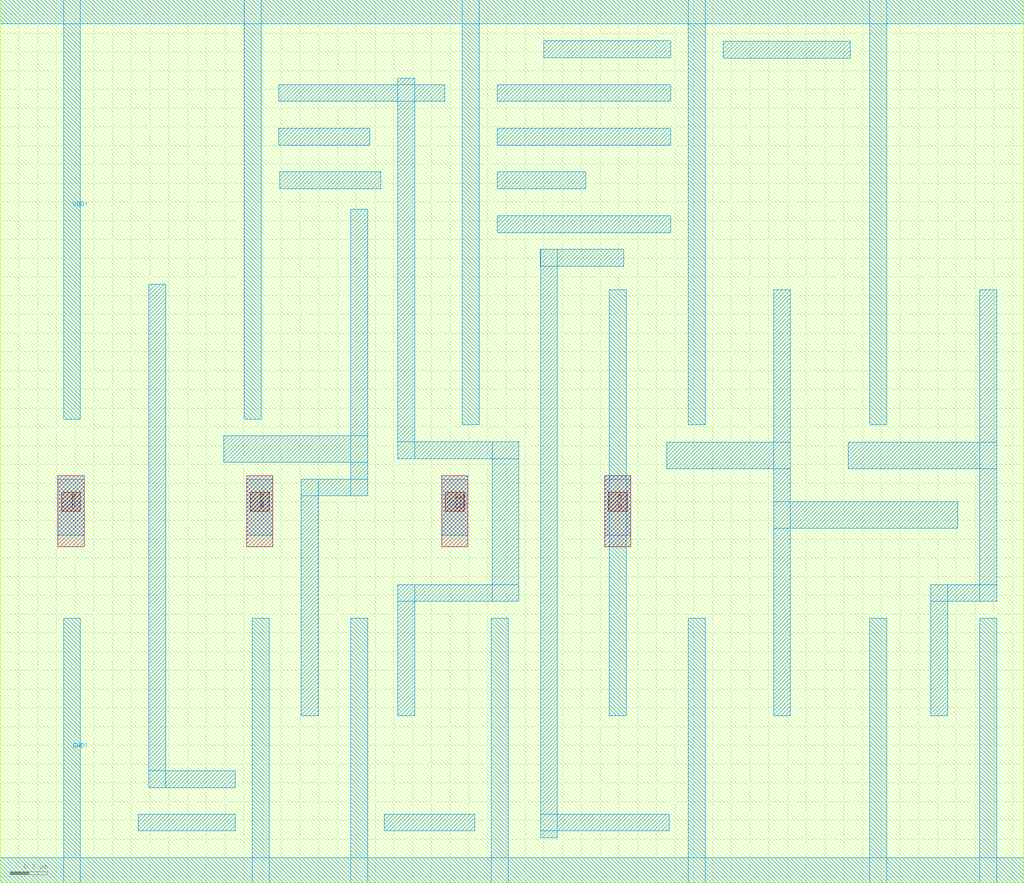
<source format=lef>
VERSION 5.7 ;
BUSBITCHARS "[]" ;
DIVIDERCHAR "/" ;

PROPERTYDEFINITIONS
  LAYER LEF57_SPACINGNOTCHLENGTH STRING ;
  LAYER LEF57_SPACINGENDOFNOTCHWIDTH STRING ;
  MACRO CatenaDesignType STRING ;
  LAYER LEF58_TYPE STRING ;
  LAYER LEF58_ENCLOSURE STRING ;
  LAYER LEF58_SPACING STRING ;
  LAYER LEF58_WIDTH STRING ;
END PROPERTYDEFINITIONS

UNITS
  DATABASE MICRONS 1000 ;
END UNITS
MANUFACTURINGGRID 0.001 ;
LAYER OVERLAP
  TYPE OVERLAP ;
END OVERLAP

LAYER NW
  TYPE MASTERSLICE ;
  PROPERTY LEF58_TYPE "TYPE NWELL ;" ;
  PROPERTY LEF58_SPACING "SPACING 0.47 ;" ;
  PROPERTY LEF58_WIDTH "WIDTH 0.47 ;" ;
END NW

LAYER HVT
  TYPE IMPLANT ;
  WIDTH 0.18 ;
  SPACING 0.18 ;
END HVT

LAYER RVT
  TYPE IMPLANT ;
  WIDTH 0.18 ;
  SPACING 0.18 ;
END RVT

LAYER LVT
  TYPE IMPLANT ;
  WIDTH 0.18 ;
  SPACING 0.18 ;
END LVT

LAYER RX
  TYPE MASTERSLICE ;
  PROPERTY LEF58_TYPE "TYPE DIFFUSION ;" ;
  PROPERTY LEF58_WIDTH "WIDTH 0.08 ;" ;
END RX

LAYER JZ
  TYPE IMPLANT ;
  WIDTH 0.18 ;
  SPACING 0.18 ;
  AREA 0.122 ;
END JZ

LAYER JX
  TYPE IMPLANT ;
  WIDTH 0.18 ;
  SPACING 0.18 ;
  AREA 0.122 ;
END JX

LAYER PC
  TYPE MASTERSLICE ;
END PC

LAYER CA
  TYPE CUT ;
  SPACING 0.11 ;
  SPACING 0.14 ADJACENTCUTS 3 WITHIN 0.15 ;
  WIDTH 0.09 ;
  ENCLOSURE BELOW 0.01 0.03 ;
  ENCLOSURE BELOW 0.025 0.025 ;
  ENCLOSURE ABOVE 0 0.04 WIDTH 0.345 ;
  ENCLOSURE ABOVE 0.025 0.025 WIDTH 0.345 ;
  ENCLOSURE ABOVE 0 0.035 ;
  ENCLOSURE ABOVE 0.02 0.02 ;
  ANTENNAMODEL OXIDE1 ;
    ANTENNAAREARATIO 2 ;
  ANTENNAMODEL OXIDE2 ;
    ANTENNAAREARATIO 2 ;
END CA

LAYER M1
  TYPE ROUTING ;
  DIRECTION HORIZONTAL ;
  PITCH 0.18 0.18 ;
  WIDTH 0.09 ;
  OFFSET 0.09 0.09 ;
  AREA 0.042 ;
  SPACINGTABLE
    PARALLELRUNLENGTH 0 0.38 0.42 1.5 4.5 
    WIDTH 0 0.09 0.09 0.09 0.09 0.09 
    WIDTH 0.2 0.09 0.11 0.11 0.11 0.11 
    WIDTH 0.42 0.09 0.11 0.16 0.16 0.16 
    WIDTH 1.5 0.09 0.11 0.16 0.5 0.5 
    WIDTH 4.5 0.09 0.11 0.16 0.5 1.5 ;
  MINIMUMCUT 1 WIDTH 0 FROMABOVE ;
  MINIMUMCUT 2 WIDTH 0.345 FROMABOVE ;
  MINIMUMCUT 4 WIDTH 0.885 FROMABOVE ;
  MINIMUMCUT 2 WIDTH 0.3 FROMABOVE LENGTH 0.3 WITHIN 0.8 ;
  MINIMUMCUT 2 WIDTH 2 FROMABOVE LENGTH 2 WITHIN 2 ;
  MINIMUMCUT 2 WIDTH 3 FROMABOVE LENGTH 10 WITHIN 5 ;
  MAXWIDTH 12 ;
  MINSTEP 0.09 MAXEDGES 1 ;
  MINENCLOSEDAREA 0.2 ;
  DIAGSPACING 0.4 ;
  SPACING 0.11 ENDOFLINE 0.11 WITHIN 0.035 PARALLELEDGE 0.11 WITHIN 0.11 ;
  RESISTANCE RPERSQ 0.101 ;
  THICKNESS 0.22 ;
  MINIMUMDENSITY 15 ;
  MAXIMUMDENSITY 70 ;
  DENSITYCHECKWINDOW 200 200 ;
  DENSITYCHECKSTEP 100 ;
  ANTENNAMODEL OXIDE1 ;
    ANTENNAAREARATIO 1000 ;
    ANTENNADIFFAREARATIO 1000 ;
    ANTENNAGATEPLUSDIFF 2 ;
  ANTENNAMODEL OXIDE2 ;
    ANTENNAAREARATIO 300 ;
    ANTENNADIFFAREARATIO 300 ;
    ANTENNAGATEPLUSDIFF 2 ;
  ACCURRENTDENSITY RMS
    FREQUENCY 1 ;
    WIDTH 0.09 0.1 0.3 0.5 0.7 0.9 ;
    TABLEENTRIES
       22.94 21.726 13.213 11.496 10.792 10.319 ;
END M1

LAYER V1
  TYPE CUT ;
  SPACING 0.1 ;
  SPACING 0.13 ADJACENTCUTS 3 WITHIN 0.14 ;
  WIDTH 0.1 ;
  ENCLOSURE BELOW 0.02 0.02 WIDTH 0.345 ;
  ENCLOSURE BELOW 0 0.04 ;
  ENCLOSURE BELOW 0.02 0.02 ;
  ENCLOSURE BELOW 0.01 0.03 ;
  ENCLOSURE ABOVE 0 0.03 ;
  ENCLOSURE ABOVE 0.01 0.02 ;
  RESISTANCE 7 ;
  SPACING 0.13 PARALLELOVERLAP ;
  ARRAYSPACING WIDTH 0.5 CUTSPACING 0.13 ARRAYCUTS 4 SPACING 0.3 ARRAYCUTS 5 SPACING 0.7 ;
  ANTENNAMODEL OXIDE1 ;
    ANTENNAAREARATIO 20 ;
    ANTENNADIFFAREARATIO 20 ;
    ANTENNAGATEPLUSDIFF 5 ;
  ANTENNAMODEL OXIDE2 ;
    ANTENNAAREARATIO 1 ;
    ANTENNADIFFAREARATIO 1 ;
    ANTENNAGATEPLUSDIFF 5 ;
END V1

LAYER M2
  TYPE ROUTING ;
  DIRECTION VERTICAL ;
  PITCH 0.2 0.2 ;
  WIDTH 0.1 ;
  OFFSET 0.1 0.1 ;
  AREA 0.052 ;
  SPACINGTABLE
    PARALLELRUNLENGTH 0 0.38 0.42 1.5 4.5 
    WIDTH 0 0.1 0.1 0.1 0.1 0.1 
    WIDTH 0.2 0.1 0.12 0.12 0.12 0.12 
    WIDTH 0.42 0.1 0.12 0.16 0.16 0.16 
    WIDTH 1.5 0.1 0.12 0.16 0.5 0.5 
    WIDTH 4.5 0.1 0.12 0.16 0.5 1.5 ;
  MINIMUMCUT 1 WIDTH 0 FROMBELOW ;
  MINIMUMCUT 2 WIDTH 0.345 FROMBELOW ;
  MINIMUMCUT 4 WIDTH 0.885 FROMBELOW ;
  MINIMUMCUT 1 WIDTH 0 FROMABOVE ;
  MINIMUMCUT 2 WIDTH 0.345 FROMABOVE ;
  MINIMUMCUT 4 WIDTH 0.885 FROMABOVE ;
  MINIMUMCUT 2 WIDTH 0.3 FROMBELOW LENGTH 0.3 WITHIN 0.8 ;
  MINIMUMCUT 2 WIDTH 2 FROMBELOW LENGTH 2 WITHIN 2 ;
  MINIMUMCUT 2 WIDTH 3 FROMBELOW LENGTH 10 WITHIN 5 ;
  MINIMUMCUT 2 WIDTH 0.3 FROMABOVE LENGTH 0.3 WITHIN 0.8 ;
  MINIMUMCUT 2 WIDTH 2 FROMABOVE LENGTH 2 WITHIN 2 ;
  MINIMUMCUT 2 WIDTH 3 FROMABOVE LENGTH 10 WITHIN 5 ;
  MAXWIDTH 12 ;
  MINSTEP 0.1 MAXEDGES 1 ;
  MINENCLOSEDAREA 0.2 ;
  DIAGSPACING 0.4 ;
  SPACING 0.12 ENDOFLINE 0.12 WITHIN 0.035 PARALLELEDGE 0.12 WITHIN 0.12 ;
  RESISTANCE RPERSQ 0.101 ;
  THICKNESS 0.22 ;
  MINIMUMDENSITY 15 ;
  MAXIMUMDENSITY 70 ;
  DENSITYCHECKWINDOW 200 200 ;
  DENSITYCHECKSTEP 100 ;
  ANTENNAMODEL OXIDE1 ;
    ANTENNAAREARATIO 1000 ;
    ANTENNADIFFAREARATIO 1000 ;
    ANTENNAGATEPLUSDIFF 2 ;
  ANTENNAMODEL OXIDE2 ;
    ANTENNAAREARATIO 300 ;
    ANTENNADIFFAREARATIO 300 ;
    ANTENNAGATEPLUSDIFF 2 ;
  ACCURRENTDENSITY RMS
    FREQUENCY 1 ;
    WIDTH 0.1 0.3 0.5 0.7 0.9 ;
    TABLEENTRIES
       18.654 11.206 9.589 8.911 8.451 ;
  PROPERTY LEF57_SPACINGNOTCHLENGTH "SPACING 0.20 NOTCHLENGTH 0.21 ;" ;
  PROPERTY LEF57_SPACINGENDOFNOTCHWIDTH "SPACING 0.14 ENDOFNOTCHWIDTH 0.12 NOTCHSPACING 0.20 NOTCHLENGTH 0.20 ;" ;
END M2

LAYER V2
  TYPE CUT ;
  SPACING 0.1 ;
  SPACING 0.13 ADJACENTCUTS 3 WITHIN 0.14 ;
  WIDTH 0.1 ;
  ENCLOSURE BELOW 0.02 0.02 WIDTH 0.345 ;
  ENCLOSURE BELOW 0 0.04 ;
  ENCLOSURE BELOW 0.02 0.02 ;
  ENCLOSURE BELOW 0.01 0.03 ;
  ENCLOSURE ABOVE 0 0.03 ;
  ENCLOSURE ABOVE 0.01 0.02 ;
  RESISTANCE 7 ;
  SPACING 0.13 PARALLELOVERLAP ;
  ARRAYSPACING WIDTH 0.5 CUTSPACING 0.13 ARRAYCUTS 4 SPACING 0.3 ARRAYCUTS 5 SPACING 0.7 ;
  ANTENNAMODEL OXIDE1 ;
    ANTENNAAREARATIO 20 ;
    ANTENNADIFFAREARATIO 20 ;
    ANTENNAGATEPLUSDIFF 5 ;
  ANTENNAMODEL OXIDE2 ;
    ANTENNAAREARATIO 1 ;
    ANTENNADIFFAREARATIO 1 ;
    ANTENNAGATEPLUSDIFF 5 ;
END V2

LAYER M3
  TYPE ROUTING ;
  DIRECTION HORIZONTAL ;
  PITCH 0.2 0.2 ;
  WIDTH 0.1 ;
  OFFSET 0.1 0.1 ;
  AREA 0.052 ;
  SPACINGTABLE
    PARALLELRUNLENGTH 0 0.38 0.42 1.5 4.5 
    WIDTH 0 0.1 0.1 0.1 0.1 0.1 
    WIDTH 0.2 0.1 0.12 0.12 0.12 0.12 
    WIDTH 0.42 0.1 0.12 0.16 0.16 0.16 
    WIDTH 1.5 0.1 0.12 0.16 0.5 0.5 
    WIDTH 4.5 0.1 0.12 0.16 0.5 1.5 ;
  MINIMUMCUT 1 WIDTH 0 FROMBELOW ;
  MINIMUMCUT 2 WIDTH 0.345 FROMBELOW ;
  MINIMUMCUT 4 WIDTH 0.885 FROMBELOW ;
  MINIMUMCUT 1 WIDTH 0 FROMABOVE ;
  MINIMUMCUT 2 WIDTH 0.345 FROMABOVE ;
  MINIMUMCUT 4 WIDTH 0.885 FROMABOVE ;
  MINIMUMCUT 2 WIDTH 0.3 FROMBELOW LENGTH 0.3 WITHIN 0.8 ;
  MINIMUMCUT 2 WIDTH 2 FROMBELOW LENGTH 2 WITHIN 2 ;
  MINIMUMCUT 2 WIDTH 3 FROMBELOW LENGTH 10 WITHIN 5 ;
  MINIMUMCUT 2 WIDTH 0.3 FROMABOVE LENGTH 0.3 WITHIN 0.8 ;
  MINIMUMCUT 2 WIDTH 2 FROMABOVE LENGTH 2 WITHIN 2 ;
  MINIMUMCUT 2 WIDTH 3 FROMABOVE LENGTH 10 WITHIN 5 ;
  MAXWIDTH 12 ;
  MINSTEP 0.1 MAXEDGES 1 ;
  MINENCLOSEDAREA 0.2 ;
  DIAGSPACING 0.4 ;
  SPACING 0.12 ENDOFLINE 0.12 WITHIN 0.035 PARALLELEDGE 0.12 WITHIN 0.12 ;
  RESISTANCE RPERSQ 0.101 ;
  THICKNESS 0.22 ;
  MINIMUMDENSITY 15 ;
  MAXIMUMDENSITY 70 ;
  DENSITYCHECKWINDOW 200 200 ;
  DENSITYCHECKSTEP 100 ;
  ANTENNAMODEL OXIDE1 ;
    ANTENNAAREARATIO 1000 ;
    ANTENNADIFFAREARATIO 1000 ;
    ANTENNAGATEPLUSDIFF 2 ;
  ANTENNAMODEL OXIDE2 ;
    ANTENNAAREARATIO 300 ;
    ANTENNADIFFAREARATIO 300 ;
    ANTENNAGATEPLUSDIFF 2 ;
  ACCURRENTDENSITY RMS
    FREQUENCY 1 ;
    WIDTH 0.1 0.3 0.5 0.7 0.9 ;
    TABLEENTRIES
       17.313 10.443 8.892 8.219 7.759 ;
  PROPERTY LEF57_SPACINGNOTCHLENGTH "SPACING 0.20 NOTCHLENGTH 0.21 ;" ;
  PROPERTY LEF57_SPACINGENDOFNOTCHWIDTH "SPACING 0.14 ENDOFNOTCHWIDTH 0.12 NOTCHSPACING 0.20 NOTCHLENGTH 0.20 ;" ;
END M3

LAYER V3
  TYPE CUT ;
  SPACING 0.1 ;
  SPACING 0.13 ADJACENTCUTS 3 WITHIN 0.14 ;
  WIDTH 0.1 ;
  ENCLOSURE BELOW 0.02 0.02 WIDTH 0.345 ;
  ENCLOSURE BELOW 0 0.04 ;
  ENCLOSURE BELOW 0.02 0.02 ;
  ENCLOSURE BELOW 0.01 0.03 ;
  ENCLOSURE ABOVE 0 0.03 ;
  ENCLOSURE ABOVE 0.01 0.02 ;
  RESISTANCE 7 ;
  SPACING 0.13 PARALLELOVERLAP ;
  ARRAYSPACING WIDTH 0.5 CUTSPACING 0.13 ARRAYCUTS 4 SPACING 0.3 ARRAYCUTS 5 SPACING 0.7 ;
  ANTENNAMODEL OXIDE1 ;
    ANTENNAAREARATIO 20 ;
    ANTENNADIFFAREARATIO 20 ;
    ANTENNAGATEPLUSDIFF 5 ;
  ANTENNAMODEL OXIDE2 ;
    ANTENNAAREARATIO 1 ;
    ANTENNADIFFAREARATIO 1 ;
    ANTENNAGATEPLUSDIFF 5 ;
END V3

LAYER M4
  TYPE ROUTING ;
  DIRECTION VERTICAL ;
  PITCH 0.2 0.2 ;
  WIDTH 0.1 ;
  OFFSET 0.1 0.1 ;
  AREA 0.052 ;
  SPACINGTABLE
    PARALLELRUNLENGTH 0 0.38 0.42 1.5 4.5 
    WIDTH 0 0.1 0.1 0.1 0.1 0.1 
    WIDTH 0.2 0.1 0.12 0.12 0.12 0.12 
    WIDTH 0.42 0.1 0.12 0.16 0.16 0.16 
    WIDTH 1.5 0.1 0.12 0.16 0.5 0.5 
    WIDTH 4.5 0.1 0.12 0.16 0.5 1.5 ;
  MINIMUMCUT 1 WIDTH 0 FROMBELOW ;
  MINIMUMCUT 2 WIDTH 0.345 FROMBELOW ;
  MINIMUMCUT 4 WIDTH 0.885 FROMBELOW ;
  MINIMUMCUT 1 WIDTH 0 FROMABOVE ;
  MINIMUMCUT 2 WIDTH 0.345 FROMABOVE ;
  MINIMUMCUT 4 WIDTH 0.885 FROMABOVE ;
  MINIMUMCUT 2 WIDTH 0.3 FROMBELOW LENGTH 0.3 WITHIN 0.8 ;
  MINIMUMCUT 2 WIDTH 2 FROMBELOW LENGTH 2 WITHIN 2 ;
  MINIMUMCUT 2 WIDTH 3 FROMBELOW LENGTH 10 WITHIN 5 ;
  MINIMUMCUT 2 WIDTH 0.3 FROMABOVE LENGTH 0.3 WITHIN 0.8 ;
  MINIMUMCUT 2 WIDTH 2 FROMABOVE LENGTH 2 WITHIN 2 ;
  MINIMUMCUT 2 WIDTH 3 FROMABOVE LENGTH 10 WITHIN 5 ;
  MAXWIDTH 12 ;
  MINSTEP 0.1 MAXEDGES 1 ;
  MINENCLOSEDAREA 0.2 ;
  DIAGSPACING 0.4 ;
  SPACING 0.12 ENDOFLINE 0.12 WITHIN 0.035 PARALLELEDGE 0.12 WITHIN 0.12 ;
  RESISTANCE RPERSQ 0.101 ;
  THICKNESS 0.22 ;
  MINIMUMDENSITY 15 ;
  MAXIMUMDENSITY 70 ;
  DENSITYCHECKWINDOW 200 200 ;
  DENSITYCHECKSTEP 100 ;
  ANTENNAMODEL OXIDE1 ;
    ANTENNAAREARATIO 1000 ;
    ANTENNADIFFAREARATIO 1000 ;
    ANTENNAGATEPLUSDIFF 2 ;
  ANTENNAMODEL OXIDE2 ;
    ANTENNAAREARATIO 300 ;
    ANTENNADIFFAREARATIO 300 ;
    ANTENNAGATEPLUSDIFF 2 ;
  ACCURRENTDENSITY RMS
    FREQUENCY 1 ;
    WIDTH 0.1 0.3 0.5 0.7 0.9 ;
    TABLEENTRIES
       16.39 9.919 8.418 7.751 7.294 ;
  PROPERTY LEF57_SPACINGNOTCHLENGTH "SPACING 0.20 NOTCHLENGTH 0.21 ;" ;
  PROPERTY LEF57_SPACINGENDOFNOTCHWIDTH "SPACING 0.14 ENDOFNOTCHWIDTH 0.12 NOTCHSPACING 0.20 NOTCHLENGTH 0.20 ;" ;
END M4

LAYER V4
  TYPE CUT ;
  SPACING 0.1 ;
  SPACING 0.13 ADJACENTCUTS 3 WITHIN 0.14 ;
  WIDTH 0.1 ;
  ENCLOSURE BELOW 0.02 0.02 WIDTH 0.345 ;
  ENCLOSURE BELOW 0 0.04 ;
  ENCLOSURE BELOW 0.02 0.02 ;
  ENCLOSURE BELOW 0.01 0.03 ;
  ENCLOSURE ABOVE 0 0.03 ;
  ENCLOSURE ABOVE 0.01 0.02 ;
  RESISTANCE 7 ;
  SPACING 0.13 PARALLELOVERLAP ;
  ARRAYSPACING WIDTH 0.5 CUTSPACING 0.13 ARRAYCUTS 4 SPACING 0.3 ARRAYCUTS 5 SPACING 0.7 ;
  ANTENNAMODEL OXIDE1 ;
    ANTENNAAREARATIO 20 ;
    ANTENNADIFFAREARATIO 20 ;
    ANTENNAGATEPLUSDIFF 5 ;
  ANTENNAMODEL OXIDE2 ;
    ANTENNAAREARATIO 1 ;
    ANTENNADIFFAREARATIO 1 ;
    ANTENNAGATEPLUSDIFF 5 ;
END V4

LAYER M5
  TYPE ROUTING ;
  DIRECTION HORIZONTAL ;
  PITCH 0.2 0.2 ;
  WIDTH 0.1 ;
  OFFSET 0.1 0.1 ;
  AREA 0.052 ;
  SPACINGTABLE
    PARALLELRUNLENGTH 0 0.38 0.42 1.5 4.5 
    WIDTH 0 0.1 0.1 0.1 0.1 0.1 
    WIDTH 0.2 0.1 0.12 0.12 0.12 0.12 
    WIDTH 0.42 0.1 0.12 0.16 0.16 0.16 
    WIDTH 1.5 0.1 0.12 0.16 0.5 0.5 
    WIDTH 4.5 0.1 0.12 0.16 0.5 1.5 ;
  MINIMUMCUT 1 WIDTH 0 FROMBELOW ;
  MINIMUMCUT 2 WIDTH 0.345 FROMBELOW ;
  MINIMUMCUT 4 WIDTH 0.885 FROMBELOW ;
  MINIMUMCUT 1 WIDTH 0 FROMABOVE ;
  MINIMUMCUT 2 WIDTH 0.345 FROMABOVE ;
  MINIMUMCUT 4 WIDTH 0.885 FROMABOVE ;
  MINIMUMCUT 2 WIDTH 0.3 FROMBELOW LENGTH 0.3 WITHIN 0.8 ;
  MINIMUMCUT 2 WIDTH 2 FROMBELOW LENGTH 2 WITHIN 2 ;
  MINIMUMCUT 2 WIDTH 3 FROMBELOW LENGTH 10 WITHIN 5 ;
  MINIMUMCUT 2 WIDTH 0.3 FROMABOVE LENGTH 0.3 WITHIN 0.8 ;
  MINIMUMCUT 2 WIDTH 2 FROMABOVE LENGTH 2 WITHIN 2 ;
  MINIMUMCUT 2 WIDTH 3 FROMABOVE LENGTH 10 WITHIN 5 ;
  MAXWIDTH 12 ;
  MINSTEP 0.1 MAXEDGES 1 ;
  MINENCLOSEDAREA 0.2 ;
  DIAGSPACING 0.4 ;
  SPACING 0.12 ENDOFLINE 0.12 WITHIN 0.035 PARALLELEDGE 0.12 WITHIN 0.12 ;
  RESISTANCE RPERSQ 0.101 ;
  THICKNESS 0.22 ;
  MINIMUMDENSITY 15 ;
  MAXIMUMDENSITY 70 ;
  DENSITYCHECKWINDOW 200 200 ;
  DENSITYCHECKSTEP 100 ;
  ANTENNAMODEL OXIDE1 ;
    ANTENNAAREARATIO 1000 ;
    ANTENNADIFFAREARATIO 1000 ;
    ANTENNAGATEPLUSDIFF 2 ;
  ANTENNAMODEL OXIDE2 ;
    ANTENNAAREARATIO 300 ;
    ANTENNADIFFAREARATIO 300 ;
    ANTENNAGATEPLUSDIFF 2 ;
  ACCURRENTDENSITY RMS
    FREQUENCY 1 ;
    WIDTH 0.1 0.3 0.5 0.7 0.9 ;
    TABLEENTRIES
       15.709 9.532 8.069 7.408 6.953 ;
  PROPERTY LEF57_SPACINGNOTCHLENGTH "SPACING 0.20 NOTCHLENGTH 0.21 ;" ;
  PROPERTY LEF57_SPACINGENDOFNOTCHWIDTH "SPACING 0.14 ENDOFNOTCHWIDTH 0.12 NOTCHSPACING 0.20 NOTCHLENGTH 0.20 ;" ;
END M5

LAYER V5
  TYPE CUT ;
  SPACING 0.1 ;
  SPACING 0.13 ADJACENTCUTS 3 WITHIN 0.14 ;
  WIDTH 0.1 ;
  ENCLOSURE BELOW 0.02 0.02 WIDTH 0.345 ;
  ENCLOSURE BELOW 0 0.04 ;
  ENCLOSURE BELOW 0.02 0.02 ;
  ENCLOSURE BELOW 0.01 0.03 ;
  ENCLOSURE ABOVE 0 0.03 ;
  ENCLOSURE ABOVE 0.01 0.02 ;
  RESISTANCE 7 ;
  SPACING 0.13 PARALLELOVERLAP ;
  ARRAYSPACING WIDTH 0.5 CUTSPACING 0.13 ARRAYCUTS 4 SPACING 0.3 ARRAYCUTS 5 SPACING 0.7 ;
  ANTENNAMODEL OXIDE1 ;
    ANTENNAAREARATIO 20 ;
    ANTENNADIFFAREARATIO 20 ;
    ANTENNAGATEPLUSDIFF 5 ;
  ANTENNAMODEL OXIDE2 ;
    ANTENNAAREARATIO 1 ;
    ANTENNADIFFAREARATIO 1 ;
    ANTENNAGATEPLUSDIFF 5 ;
END V5

LAYER M6
  TYPE ROUTING ;
  DIRECTION VERTICAL ;
  PITCH 0.2 0.2 ;
  WIDTH 0.1 ;
  OFFSET 0.1 0.1 ;
  AREA 0.052 ;
  SPACINGTABLE
    PARALLELRUNLENGTH 0 0.38 0.42 1.5 4.5 
    WIDTH 0 0.1 0.1 0.1 0.1 0.1 
    WIDTH 0.2 0.1 0.12 0.12 0.12 0.12 
    WIDTH 0.42 0.1 0.12 0.16 0.16 0.16 
    WIDTH 1.5 0.1 0.12 0.16 0.5 0.5 
    WIDTH 4.5 0.1 0.12 0.16 0.5 1.5 ;
  MINIMUMCUT 1 WIDTH 0 FROMBELOW ;
  MINIMUMCUT 2 WIDTH 0.345 FROMBELOW ;
  MINIMUMCUT 4 WIDTH 0.885 FROMBELOW ;
  MINIMUMCUT 2 WIDTH 0.3 FROMBELOW LENGTH 0.3 WITHIN 0.8 ;
  MINIMUMCUT 2 WIDTH 2 FROMBELOW LENGTH 2 WITHIN 2 ;
  MINIMUMCUT 2 WIDTH 3 FROMBELOW LENGTH 10 WITHIN 5 ;
  MINIMUMCUT 2 WIDTH 0.3 FROMABOVE LENGTH 0.3 WITHIN 0.8 ;
  MINIMUMCUT 2 WIDTH 2 FROMABOVE LENGTH 2 WITHIN 2 ;
  MINIMUMCUT 2 WIDTH 3 FROMABOVE LENGTH 10 WITHIN 5 ;
  MAXWIDTH 12 ;
  MINSTEP 0.1 MAXEDGES 1 ;
  MINENCLOSEDAREA 0.2 ;
  DIAGSPACING 0.4 ;
  SPACING 0.12 ENDOFLINE 0.12 WITHIN 0.035 PARALLELEDGE 0.12 WITHIN 0.12 ;
  RESISTANCE RPERSQ 0.101 ;
  THICKNESS 0.22 ;
  MINIMUMDENSITY 15 ;
  MAXIMUMDENSITY 70 ;
  DENSITYCHECKWINDOW 200 200 ;
  DENSITYCHECKSTEP 100 ;
  ANTENNAMODEL OXIDE1 ;
    ANTENNAAREARATIO 1000 ;
    ANTENNADIFFAREARATIO 1000 ;
    ANTENNAGATEPLUSDIFF 2 ;
  ANTENNAMODEL OXIDE2 ;
    ANTENNAAREARATIO 300 ;
    ANTENNADIFFAREARATIO 300 ;
    ANTENNAGATEPLUSDIFF 2 ;
  ACCURRENTDENSITY RMS
    FREQUENCY 1 ;
    WIDTH 0.1 0.3 0.5 0.7 0.9 ;
    TABLEENTRIES
       15.18 9.227 7.794 7.139 6.687 ;
  PROPERTY LEF57_SPACINGNOTCHLENGTH "SPACING 0.20 NOTCHLENGTH 0.21 ;" ;
  PROPERTY LEF57_SPACINGENDOFNOTCHWIDTH "SPACING 0.14 ENDOFNOTCHWIDTH 0.12 NOTCHSPACING 0.20 NOTCHLENGTH 0.20 ;" ;
END M6

LAYER NT
  TYPE CUT ;
  SPACING 0.34 ;
  SPACING 0.54 ADJACENTCUTS 3 WITHIN 0.56 ;
  WIDTH 0.36 ;
  ENCLOSURE BELOW 0.02 0.02 ;
  ENCLOSURE ABOVE 0.02 0.02 ;
  RESISTANCE 1.1 ;
  ANTENNAMODEL OXIDE1 ;
    ANTENNAAREARATIO 20 ;
    ANTENNADIFFAREARATIO 20 ;
    ANTENNAGATEPLUSDIFF 5 ;
  ANTENNAMODEL OXIDE2 ;
    ANTENNAAREARATIO 1 ;
    ANTENNADIFFAREARATIO 1 ;
    ANTENNAGATEPLUSDIFF 5 ;
END NT

LAYER EA
  TYPE ROUTING ;
  DIRECTION HORIZONTAL ;
  PITCH 0.8 0.8 ;
  WIDTH 0.4 ;
  OFFSET 0.4 0.4 ;
  AREA 0.565 ;
  SPACINGTABLE
    PARALLELRUNLENGTH 0 1.5 4.5 
    WIDTH 0 0.4 0.4 0.4 
    WIDTH 1.5 0.4 0.5 0.5 
    WIDTH 4.5 0.4 0.5 1.5 ;
  MINIMUMCUT 2 WIDTH 3 FROMBELOW LENGTH 10 WITHIN 5 ;
  MINIMUMCUT 2 WIDTH 3 FROMABOVE LENGTH 10 WITHIN 5 ;
  MAXWIDTH 12.25 ;
  MINENCLOSEDAREA 0.565 ;
  RESISTANCE RPERSQ 0.0227 ;
  THICKNESS 0.9 ;
  MINIMUMDENSITY 20 ;
  MAXIMUMDENSITY 80 ;
  DENSITYCHECKWINDOW 200 200 ;
  DENSITYCHECKSTEP 100 ;
  ANTENNAMODEL OXIDE1 ;
    ANTENNAAREARATIO 1000 ;
    ANTENNADIFFAREARATIO 1000 ;
    ANTENNAGATEPLUSDIFF 2 ;
  ANTENNAMODEL OXIDE2 ;
    ANTENNAAREARATIO 300 ;
    ANTENNADIFFAREARATIO 300 ;
    ANTENNAGATEPLUSDIFF 2 ;
  ACCURRENTDENSITY RMS
    FREQUENCY 1 ;
    WIDTH 0.4 1.2 2 2.8 3.6 ;
    TABLEENTRIES
       22.348 13.706 11.53 10.368 9.618 ;
END EA

LAYER VV
  TYPE CUT ;
  SPACING 2 ;
  WIDTH 3 ;
  ENCLOSURE BELOW 0.75 0.75 ;
  ENCLOSURE ABOVE 1 1 ;
  RESISTANCE 0.1 ;
  ANTENNAMODEL OXIDE1 ;
    ANTENNAAREARATIO 150 ;
    ANTENNADIFFAREARATIO 150 ;
    ANTENNAGATEPLUSDIFF 2 ;
  ANTENNAMODEL OXIDE2 ;
    ANTENNAAREARATIO 150 ;
    ANTENNADIFFAREARATIO 150 ;
    ANTENNAGATEPLUSDIFF 2 ;
END VV

LAYER LB
  TYPE ROUTING ;
  DIRECTION VERTICAL ;
  PITCH 5 5 ;
  WIDTH 3 ;
  OFFSET 2.5 2.5 ;
  SPACING 2 ;
  SPACING 4 RANGE 35.001 10000 ;
  SPACING 2 SAMENET ;
  RESISTANCE RPERSQ 0.026 ;
  THICKNESS 1.325 ;
  ANTENNAMODEL OXIDE1 ;
    ANTENNAAREARATIO 1000 ;
    ANTENNADIFFAREARATIO 1000 ;
    ANTENNAGATEPLUSDIFF 2 ;
  ANTENNAMODEL OXIDE2 ;
    ANTENNAAREARATIO 300 ;
    ANTENNADIFFAREARATIO 300 ;
    ANTENNAGATEPLUSDIFF 2 ;
  ACCURRENTDENSITY RMS
    FREQUENCY 1 ;
    WIDTH 2.4 8.8 15.2 21.6 ;
    TABLEENTRIES
       12.612 8.504 7.518 7.027 ;
END LB

VIARULE VPC_M1 GENERATE
  LAYER PC ;
    ENCLOSURE 0.025 0.025 ;
  LAYER M1 ;
    ENCLOSURE 0.02 0.02 ;
  LAYER CA ;
    RECT -0.045 -0.045 0.045 0.045 ;
    SPACING 0.2 BY 0.2 ;
    RESISTANCE 0.700000 ;
END VPC_M1

VIARULE VM1_M2 GENERATE DEFAULT
  LAYER M1 ;
    ENCLOSURE 0.02 0.02 ;
  LAYER M2 ;
    ENCLOSURE 0 0 ;
  LAYER V1 ;
    RECT -0.05 -0.05 0.05 0.05 ;
    SPACING 0.2 BY 0.2 ;
END VM1_M2

VIARULE VM2_M3 GENERATE DEFAULT
  LAYER M2 ;
    ENCLOSURE 0.02 0.02 ;
  LAYER M3 ;
    ENCLOSURE 0 0 ;
  LAYER V2 ;
    RECT -0.05 -0.05 0.05 0.05 ;
    SPACING 0.2 BY 0.2 ;
END VM2_M3

VIARULE VM3_M4 GENERATE DEFAULT
  LAYER M3 ;
    ENCLOSURE 0.02 0.02 ;
  LAYER M4 ;
    ENCLOSURE 0 0 ;
  LAYER V3 ;
    RECT -0.05 -0.05 0.05 0.05 ;
    SPACING 0.2 BY 0.2 ;
END VM3_M4

VIARULE VM4_M5 GENERATE DEFAULT
  LAYER M4 ;
    ENCLOSURE 0.02 0.02 ;
  LAYER M5 ;
    ENCLOSURE 0 0 ;
  LAYER V4 ;
    RECT -0.05 -0.05 0.05 0.05 ;
    SPACING 0.2 BY 0.2 ;
END VM4_M5

VIARULE VM5_M6 GENERATE DEFAULT
  LAYER M5 ;
    ENCLOSURE 0.02 0.02 ;
  LAYER M6 ;
    ENCLOSURE 0 0 ;
  LAYER V5 ;
    RECT -0.05 -0.05 0.05 0.05 ;
    SPACING 0.2 BY 0.2 ;
END VM5_M6

VIARULE VM6_EA GENERATE DEFAULT
  LAYER M6 ;
    ENCLOSURE 0.02 0.02 ;
  LAYER EA ;
    ENCLOSURE 0.02 0.02 ;
  LAYER NT ;
    RECT -0.18 -0.18 0.18 0.18 ;
    SPACING 0.7 BY 0.7 ;
END VM6_EA

VIARULE VEA_LB GENERATE DEFAULT
  LAYER EA ;
    ENCLOSURE 0.75 0.75 ;
  LAYER LB ;
    ENCLOSURE 1 1 ;
  LAYER VV ;
    RECT -1.5 -1.5 1.5 1.5 ;
    SPACING 5 BY 5 ;
END VEA_LB

VIARULE VRX_M1 GENERATE
  LAYER RX ;
    ENCLOSURE 0.015 0.015 ;
  LAYER M1 ;
    ENCLOSURE 0.02 0.02 ;
  LAYER CA ;
    RECT -0.045 -0.045 0.045 0.045 ;
    SPACING 0.2 BY 0.2 ;
END VRX_M1

MACRO AOI21
  CLASS CORE ;
  ORIGIN 0 2.033 ;
  FOREIGN AOI21 0 -2.033 ;
  SIZE 2.08 BY 4.71 ;
  SYMMETRY X Y ;
  SITE CoreSite ;
  PIN A
    DIRECTION INPUT ;
    USE SIGNAL ;
    PORT
      LAYER M1 ;
        RECT 0.86 -0.179 1 0.121 ;
      LAYER M2 ;
        RECT 0.86 -0.24 1 0.14 ;
      LAYER V1 ;
        RECT 0.88 -0.05 0.98 0.05 ;
    END
  END A
  PIN B
    DIRECTION INPUT ;
    USE SIGNAL ;
    PORT
      LAYER M1 ;
        RECT 0.348 -0.179 0.488 0.121 ;
      LAYER M2 ;
        RECT 0.348 -0.24 0.488 0.14 ;
      LAYER V1 ;
        RECT 0.368 -0.05 0.468 0.05 ;
    END
  END B
  PIN C
    DIRECTION INPUT ;
    USE SIGNAL ;
    PORT
      LAYER M1 ;
        RECT 1.372 -0.179 1.512 0.121 ;
      LAYER M2 ;
        RECT 1.372 -0.24 1.512 0.14 ;
      LAYER V1 ;
        RECT 1.392 -0.05 1.492 0.05 ;
    END
  END C
  PIN OUT
    DIRECTION OUTPUT ;
    USE SIGNAL ;
    PORT
      LAYER M1 ;
        RECT 1.655 -0.179 1.795 0.121 ;
        RECT 1.68 -0.532 1.77 1.161 ;
        RECT 1.238 -0.532 1.77 -0.442 ;
        RECT 1.238 -1.142 1.328 -0.442 ;
      LAYER M2 ;
        RECT 1.655 -0.24 1.795 0.14 ;
      LAYER V1 ;
        RECT 1.675 -0.05 1.775 0.05 ;
    END
  END OUT
  PIN GND!
    DIRECTION INOUT ;
    USE GROUND ;
    SHAPE ABUTMENT ;
    PORT
      LAYER M1 ;
        RECT 0 -2.033 2.08 -1.898 ;
        RECT 1.683 -2.033 1.773 -0.622 ;
        RECT 0.361 -2.033 0.451 -0.622 ;
    END
  END GND!
  PIN VDD!
    DIRECTION INOUT ;
    USE POWER ;
    SHAPE ABUTMENT ;
    PORT
      LAYER M1 ;
        RECT 0 2.549 2.08 2.677 ;
        RECT 0.765 0.441 0.855 2.677 ;
    END
  END VDD!
  OBS
    LAYER M1 ;
      RECT 1.278 0.261 1.368 1.161 ;
      RECT 0.375 0.261 0.465 1.161 ;
      RECT 0.375 0.261 1.368 0.351 ;
  END
  PROPERTY CatenaDesignType "deviceLevel" ;
END AOI21

MACRO AOI22
  CLASS CORE ;
  ORIGIN 0 2.033 ;
  FOREIGN AOI22 0 -2.033 ;
  SIZE 2.6 BY 4.71 ;
  SYMMETRY X Y ;
  SITE CoreSite ;
  PIN A
    DIRECTION INPUT ;
    USE SIGNAL ;
    PORT
      LAYER M1 ;
        RECT 0.86 -0.179 1 0.121 ;
      LAYER M2 ;
        RECT 0.86 -0.24 1 0.14 ;
      LAYER V1 ;
        RECT 0.88 -0.05 0.98 0.05 ;
    END
  END A
  PIN B
    DIRECTION INPUT ;
    USE SIGNAL ;
    PORT
      LAYER M1 ;
        RECT 0.348 -0.179 0.488 0.121 ;
      LAYER M2 ;
        RECT 0.348 -0.24 0.488 0.14 ;
      LAYER V1 ;
        RECT 0.368 -0.05 0.468 0.05 ;
    END
  END B
  PIN C
    DIRECTION INPUT ;
    USE SIGNAL ;
    PORT
      LAYER M1 ;
        RECT 1.372 -0.179 1.512 0.121 ;
      LAYER M2 ;
        RECT 1.372 -0.24 1.512 0.14 ;
      LAYER V1 ;
        RECT 1.392 -0.05 1.492 0.05 ;
    END
  END C
  PIN D
    DIRECTION INPUT ;
    USE SIGNAL ;
    PORT
      LAYER M1 ;
        RECT 2.154 -0.179 2.294 0.121 ;
      LAYER M2 ;
        RECT 2.154 -0.24 2.294 0.14 ;
      LAYER V1 ;
        RECT 2.174 -0.05 2.274 0.05 ;
    END
  END D
  PIN OUT
    DIRECTION OUTPUT ;
    USE SIGNAL ;
    PORT
      LAYER M1 ;
        RECT 1.643 -0.179 1.783 0.121 ;
        RECT 1.673 -0.532 1.763 1.161 ;
        RECT 1.265 -0.532 1.763 -0.442 ;
        RECT 1.265 -1.142 1.355 -0.442 ;
      LAYER M2 ;
        RECT 1.643 -0.24 1.783 0.14 ;
      LAYER V1 ;
        RECT 1.663 -0.05 1.763 0.05 ;
    END
  END OUT
  PIN GND!
    DIRECTION INOUT ;
    USE GROUND ;
    SHAPE ABUTMENT ;
    PORT
      LAYER M1 ;
        RECT 0 -2.033 2.6 -1.898 ;
        RECT 2.192 -2.033 2.282 -0.622 ;
        RECT 0.361 -2.033 0.451 -0.622 ;
    END
  END GND!
  PIN VDD!
    DIRECTION INOUT ;
    USE POWER ;
    SHAPE ABUTMENT ;
    PORT
      LAYER M1 ;
        RECT 0 2.549 2.6 2.677 ;
        RECT 0.854 0.441 0.944 2.677 ;
    END
  END VDD!
  OBS
    LAYER M1 ;
      RECT 1.292 1.993 2.307 2.083 ;
      RECT 2.217 0.441 2.307 2.083 ;
      RECT 1.292 0.258 1.382 2.083 ;
      RECT 0.369 0.258 0.459 1.161 ;
      RECT 0.369 0.258 1.382 0.348 ;
  END
  PROPERTY CatenaDesignType "deviceLevel" ;
END AOI22

MACRO DFF
  CLASS CORE ;
  ORIGIN 0 2.033 ;
  FOREIGN DFF 0 -2.033 ;
  SIZE 5.46 BY 4.71 ;
  SYMMETRY X Y ;
  SITE CoreSite ;
  PIN CLK
    DIRECTION INPUT ;
    USE SIGNAL ;
    PORT
      LAYER M1 ;
        RECT 2.355 -0.179 2.495 0.121 ;
      LAYER M2 ;
        RECT 2.355 -0.24 2.495 0.14 ;
      LAYER V1 ;
        RECT 2.375 -0.05 2.475 0.05 ;
    END
  END CLK
  PIN D
    DIRECTION INPUT ;
    USE SIGNAL ;
    PORT
      LAYER M1 ;
        RECT 0.308 -0.179 0.448 0.121 ;
      LAYER M2 ;
        RECT 0.308 -0.24 0.448 0.14 ;
      LAYER V1 ;
        RECT 0.328 -0.05 0.428 0.05 ;
    END
  END D
  PIN Q
    DIRECTION OUTPUT ;
    USE SIGNAL ;
    PORT
      LAYER M1 ;
        RECT 3.224 -0.179 3.364 0.121 ;
        RECT 3.249 -1.142 3.339 1.13 ;
      LAYER M2 ;
        RECT 3.224 -0.24 3.364 0.14 ;
      LAYER V1 ;
        RECT 3.244 -0.05 3.344 0.05 ;
    END
  END Q
  PIN R
    DIRECTION INPUT ;
    USE SIGNAL ;
    PORT
      LAYER M1 ;
        RECT 1.314 -0.179 1.454 0.121 ;
      LAYER M2 ;
        RECT 1.314 -0.24 1.454 0.14 ;
      LAYER V1 ;
        RECT 1.334 -0.05 1.434 0.05 ;
    END
  END R
  PIN GND!
    DIRECTION INOUT ;
    USE GROUND ;
    SHAPE ABUTMENT ;
    PORT
      LAYER M1 ;
        RECT 0 -2.033 5.46 -1.898 ;
        RECT 5.225 -2.033 5.315 -0.622 ;
        RECT 4.639 -2.033 4.729 -0.622 ;
        RECT 3.671 -2.033 3.761 -0.622 ;
        RECT 2.62 -2.033 2.71 -0.622 ;
        RECT 1.869 -2.033 1.959 -0.622 ;
        RECT 1.344 -2.033 1.434 -0.622 ;
        RECT 0.338 -2.033 0.428 -0.622 ;
    END
  END GND!
  PIN VDD!
    DIRECTION INOUT ;
    USE POWER ;
    SHAPE ABUTMENT ;
    PORT
      LAYER M1 ;
        RECT 0 2.549 5.46 2.677 ;
        RECT 4.639 0.41 4.729 2.677 ;
        RECT 3.671 0.41 3.761 2.677 ;
        RECT 2.465 0.41 2.555 2.677 ;
        RECT 1.301 0.441 1.391 2.677 ;
        RECT 0.338 0.441 0.428 2.677 ;
    END
  END VDD!
  OBS
    LAYER M1 ;
      RECT 5.225 -0.532 5.315 1.13 ;
      RECT 4.524 0.177 5.315 0.317 ;
      RECT 4.963 -0.532 5.315 -0.442 ;
      RECT 4.963 -1.142 5.053 -0.442 ;
      RECT 4.125 -1.142 4.215 1.13 ;
      RECT 3.556 0.177 4.215 0.317 ;
      RECT 4.125 -0.141 5.108 -0.001 ;
      RECT 2.881 1.256 3.327 1.346 ;
      RECT 2.882 -1.791 2.972 1.346 ;
      RECT 2.882 -1.756 3.569 -1.666 ;
      RECT 2.12 0.23 2.21 2.26 ;
      RECT 1.485 2.135 2.37 2.225 ;
      RECT 2.12 0.23 2.765 0.32 ;
      RECT 2.625 -0.532 2.765 0.32 ;
      RECT 2.12 -0.532 2.765 -0.442 ;
      RECT 2.12 -1.142 2.21 -0.442 ;
      RECT 1.869 0.031 1.959 1.561 ;
      RECT 1.191 0.211 1.959 0.351 ;
      RECT 1.606 0.031 1.959 0.121 ;
      RECT 1.606 -1.142 1.696 0.121 ;
      RECT 0.792 -1.526 0.882 1.161 ;
      RECT 0.792 -1.526 1.254 -1.436 ;
      RECT 3.857 2.367 4.534 2.457 ;
      RECT 2.65 1.436 3.577 1.526 ;
      RECT 2.65 1.902 3.577 1.992 ;
      RECT 2.65 2.135 3.577 2.225 ;
      RECT 2.9 2.368 3.577 2.458 ;
      RECT 2.65 1.669 3.123 1.759 ;
      RECT 2.049 -1.756 2.53 -1.666 ;
      RECT 1.49 1.669 2.03 1.759 ;
      RECT 1.485 1.902 1.971 1.992 ;
      RECT 0.737 -1.756 1.254 -1.666 ;
  END
  PROPERTY CatenaDesignType "deviceLevel" ;
END DFF

MACRO INVERTER
  CLASS CORE ;
  ORIGIN 0 2.033 ;
  FOREIGN INVERTER 0 -2.033 ;
  SIZE 1.04 BY 4.71 ;
  SYMMETRY X Y ;
  SITE CoreSite ;
  PIN IN
    DIRECTION INPUT ;
    USE SIGNAL ;
    PORT
      LAYER M1 ;
        RECT 0.348 -0.179 0.488 0.121 ;
      LAYER M2 ;
        RECT 0.348 -0.24 0.488 0.14 ;
      LAYER V1 ;
        RECT 0.368 -0.05 0.468 0.05 ;
    END
  END IN
  PIN OUT
    DIRECTION OUTPUT ;
    USE SIGNAL ;
    PORT
      LAYER M1 ;
        RECT 0.621 -0.179 0.761 0.121 ;
        RECT 0.646 -1.142 0.736 1.161 ;
      LAYER M2 ;
        RECT 0.621 -0.24 0.761 0.14 ;
      LAYER V1 ;
        RECT 0.641 -0.05 0.741 0.05 ;
    END
  END OUT
  PIN GND!
    DIRECTION INOUT ;
    USE GROUND ;
    SHAPE ABUTMENT ;
    PORT
      LAYER M1 ;
        RECT 0 -2.033 1.04 -1.898 ;
        RECT 0.341 -2.033 0.431 -0.622 ;
    END
  END GND!
  PIN VDD!
    DIRECTION INOUT ;
    USE POWER ;
    SHAPE ABUTMENT ;
    PORT
      LAYER M1 ;
        RECT 0 2.549 1.04 2.677 ;
        RECT 0.341 0.441 0.431 2.677 ;
    END
  END VDD!
  PROPERTY CatenaDesignType "deviceLevel" ;
END INVERTER

MACRO MUX21
  CLASS CORE ;
  ORIGIN 0 1.823 ;
  FOREIGN MUX21 0 -1.823 ;
  SIZE 3.12 BY 4.5 ;
  SYMMETRY X Y ;
  SITE CoreSite ;
  PIN A
    DIRECTION INPUT ;
    USE SIGNAL ;
    PORT
      LAYER M1 ;
        RECT 1.133 -0.107 1.319 0.121 ;
      LAYER M2 ;
        RECT 1.133 -0.14 1.319 0.14 ;
      LAYER V1 ;
        RECT 1.15 -0.05 1.25 0.05 ;
    END
  END A
  PIN B
    DIRECTION INPUT ;
    USE SIGNAL ;
    PORT
      LAYER M1 ;
        RECT 2.156 -0.107 2.342 0.121 ;
      LAYER M2 ;
        RECT 2.156 -0.14 2.342 0.14 ;
      LAYER V1 ;
        RECT 2.173 -0.05 2.273 0.05 ;
    END
  END B
  PIN OUT
    DIRECTION OUTPUT ;
    USE SIGNAL ;
    PORT
      LAYER M1 ;
        RECT 2.696 -0.107 2.882 0.121 ;
        RECT 2.705 -0.931 2.795 1.161 ;
      LAYER M2 ;
        RECT 2.696 -0.14 2.882 0.14 ;
      LAYER V1 ;
        RECT 2.696 -0.05 2.796 0.05 ;
    END
  END OUT
  PIN S
    DIRECTION INPUT ;
    USE SIGNAL ;
    PORT
      LAYER M1 ;
        RECT 0.621 -0.107 0.807 0.121 ;
      LAYER M2 ;
        RECT 0.621 -0.14 0.807 0.14 ;
      LAYER V1 ;
        RECT 0.638 -0.05 0.738 0.05 ;
    END
  END S
  PIN GND!
    DIRECTION INOUT ;
    USE GROUND ;
    SHAPE ABUTMENT ;
    PORT
      LAYER M1 ;
        RECT 0 -1.823 3.12 -1.688 ;
        RECT 2.282 -1.823 2.372 -0.411 ;
        RECT 0.754 -1.823 0.844 -0.411 ;
    END
  END GND!
  PIN VDD!
    DIRECTION INOUT ;
    USE POWER ;
    SHAPE ABUTMENT ;
    PORT
      LAYER M1 ;
        RECT 0 2.549 3.12 2.677 ;
        RECT 2.276 0.441 2.366 2.677 ;
        RECT 0.856 0.441 0.946 2.677 ;
    END
  END VDD!
  OBS
    LAYER M1 ;
      RECT 1.698 -1.515 1.788 1.161 ;
      RECT 0.369 -1.433 0.459 2.062 ;
  END
  PROPERTY CatenaDesignType "deviceLevel" ;
END MUX21

MACRO NAND2
  CLASS CORE ;
  ORIGIN 0 2.033 ;
  FOREIGN NAND2 0 -2.033 ;
  SIZE 1.56 BY 4.71 ;
  SYMMETRY X Y ;
  SITE CoreSite ;
  PIN A
    DIRECTION INPUT ;
    USE SIGNAL ;
    PORT
      LAYER M1 ;
        RECT 0.799 -0.179 0.939 0.121 ;
      LAYER M2 ;
        RECT 0.799 -0.24 0.939 0.14 ;
      LAYER V1 ;
        RECT 0.819 -0.05 0.919 0.05 ;
    END
  END A
  PIN B
    DIRECTION INPUT ;
    USE SIGNAL ;
    PORT
      LAYER M1 ;
        RECT 0.348 -0.179 0.488 0.121 ;
      LAYER M2 ;
        RECT 0.348 -0.24 0.488 0.14 ;
      LAYER V1 ;
        RECT 0.368 -0.05 0.468 0.05 ;
    END
  END B
  PIN OUT
    DIRECTION OUTPUT ;
    USE SIGNAL ;
    PORT
      LAYER M1 ;
        RECT 1.082 -0.179 1.222 0.121 ;
        RECT 1.103 -1.142 1.193 1.131 ;
        RECT 0.341 0.211 1.193 0.301 ;
        RECT 0.341 0.211 0.431 1.131 ;
      LAYER M2 ;
        RECT 1.082 -0.24 1.222 0.14 ;
      LAYER V1 ;
        RECT 1.102 -0.05 1.202 0.05 ;
    END
  END OUT
  PIN GND!
    DIRECTION INOUT ;
    USE GROUND ;
    SHAPE ABUTMENT ;
    PORT
      LAYER M1 ;
        RECT 0 -2.033 1.56 -1.898 ;
        RECT 0.341 -2.033 0.431 -0.622 ;
    END
  END GND!
  PIN VDD!
    DIRECTION INOUT ;
    USE POWER ;
    SHAPE ABUTMENT ;
    PORT
      LAYER M1 ;
        RECT 0 2.549 1.56 2.677 ;
        RECT 0.725 0.411 0.815 2.677 ;
    END
  END VDD!
  PROPERTY CatenaDesignType "deviceLevel" ;
END NAND2

MACRO NAND3
  CLASS CORE ;
  ORIGIN 0 2.033 ;
  FOREIGN NAND3 0 -2.033 ;
  SIZE 2.08 BY 4.71 ;
  SYMMETRY X Y ;
  SITE CoreSite ;
  PIN A
    DIRECTION INPUT ;
    USE SIGNAL ;
    PORT
      LAYER M1 ;
        RECT 1.372 -0.179 1.512 0.121 ;
      LAYER M2 ;
        RECT 1.372 -0.24 1.512 0.14 ;
      LAYER V1 ;
        RECT 1.392 -0.05 1.492 0.05 ;
    END
  END A
  PIN B
    DIRECTION INPUT ;
    USE SIGNAL ;
    PORT
      LAYER M1 ;
        RECT 0.86 -0.179 1 0.121 ;
      LAYER M2 ;
        RECT 0.86 -0.24 1 0.14 ;
      LAYER V1 ;
        RECT 0.88 -0.05 0.98 0.05 ;
    END
  END B
  PIN C
    DIRECTION INPUT ;
    USE SIGNAL ;
    PORT
      LAYER M1 ;
        RECT 0.348 -0.179 0.488 0.121 ;
      LAYER M2 ;
        RECT 0.348 -0.24 0.488 0.14 ;
      LAYER V1 ;
        RECT 0.368 -0.05 0.468 0.05 ;
    END
  END C
  PIN OUT
    DIRECTION OUTPUT ;
    USE SIGNAL ;
    PORT
      LAYER M1 ;
        RECT 1.655 -0.179 1.795 0.121 ;
        RECT 1.679 -1.142 1.769 1.161 ;
        RECT 0.85 0.211 1.769 0.301 ;
        RECT 0.85 0.211 0.94 1.161 ;
      LAYER M2 ;
        RECT 1.655 -0.24 1.795 0.14 ;
      LAYER V1 ;
        RECT 1.675 -0.05 1.775 0.05 ;
    END
  END OUT
  PIN GND!
    DIRECTION INOUT ;
    USE GROUND ;
    SHAPE ABUTMENT ;
    PORT
      LAYER M1 ;
        RECT 0 -2.033 2.08 -1.898 ;
        RECT 0.377 -2.033 0.467 -0.622 ;
    END
  END GND!
  PIN VDD!
    DIRECTION INOUT ;
    USE POWER ;
    SHAPE ABUTMENT ;
    PORT
      LAYER M1 ;
        RECT 0 2.549 2.08 2.677 ;
        RECT 1.239 0.441 1.329 2.677 ;
        RECT 0.369 0.441 0.459 2.677 ;
    END
  END VDD!
  PROPERTY CatenaDesignType "deviceLevel" ;
END NAND3

MACRO NAND4
  CLASS CORE ;
  ORIGIN 0 2.033 ;
  FOREIGN NAND4 0 -2.033 ;
  SIZE 2.6 BY 4.71 ;
  SYMMETRY X Y ;
  SITE CoreSite ;
  PIN A
    DIRECTION INPUT ;
    USE SIGNAL ;
    PORT
      LAYER M1 ;
        RECT 1.884 -0.179 2.024 0.121 ;
      LAYER M2 ;
        RECT 1.884 -0.24 2.024 0.14 ;
      LAYER V1 ;
        RECT 1.904 -0.05 2.004 0.05 ;
    END
  END A
  PIN B
    DIRECTION INPUT ;
    USE SIGNAL ;
    PORT
      LAYER M1 ;
        RECT 1.372 -0.179 1.512 0.121 ;
      LAYER M2 ;
        RECT 1.372 -0.24 1.512 0.14 ;
      LAYER V1 ;
        RECT 1.392 -0.05 1.492 0.05 ;
    END
  END B
  PIN C
    DIRECTION INPUT ;
    USE SIGNAL ;
    PORT
      LAYER M1 ;
        RECT 0.86 -0.179 1 0.121 ;
      LAYER M2 ;
        RECT 0.86 -0.24 1 0.14 ;
      LAYER V1 ;
        RECT 0.88 -0.05 0.98 0.05 ;
    END
  END C
  PIN D
    DIRECTION INPUT ;
    USE SIGNAL ;
    PORT
      LAYER M1 ;
        RECT 0.348 -0.179 0.488 0.121 ;
      LAYER M2 ;
        RECT 0.348 -0.24 0.488 0.14 ;
      LAYER V1 ;
        RECT 0.368 -0.05 0.468 0.05 ;
    END
  END D
  PIN OUT
    DIRECTION OUTPUT ;
    USE SIGNAL ;
    PORT
      LAYER M1 ;
        RECT 2.167 -0.179 2.307 0.121 ;
        RECT 0.854 0.211 2.282 0.301 ;
        RECT 2.192 -1.142 2.282 0.301 ;
        RECT 1.747 0.211 1.837 1.161 ;
        RECT 0.854 0.211 0.944 1.161 ;
      LAYER M2 ;
        RECT 2.167 -0.24 2.307 0.14 ;
      LAYER V1 ;
        RECT 2.187 -0.05 2.287 0.05 ;
    END
  END OUT
  PIN GND!
    DIRECTION INOUT ;
    USE GROUND ;
    SHAPE ABUTMENT ;
    PORT
      LAYER M1 ;
        RECT 0 -2.033 2.6 -1.898 ;
        RECT 0.377 -2.033 0.467 -0.622 ;
    END
  END GND!
  PIN VDD!
    DIRECTION INOUT ;
    USE POWER ;
    SHAPE ABUTMENT ;
    PORT
      LAYER M1 ;
        RECT 0 2.549 2.6 2.677 ;
        RECT 2.212 0.441 2.302 2.677 ;
        RECT 1.365 0.441 1.455 2.677 ;
        RECT 0.369 0.441 0.459 2.677 ;
    END
  END VDD!
  PROPERTY CatenaDesignType "deviceLevel" ;
END NAND4

MACRO NOR2
  CLASS CORE ;
  ORIGIN 0 2.033 ;
  FOREIGN NOR2 0 -2.033 ;
  SIZE 1.56 BY 4.71 ;
  SYMMETRY X Y ;
  SITE CoreSite ;
  PIN A
    DIRECTION INPUT ;
    USE SIGNAL ;
    PORT
      LAYER M1 ;
        RECT 0.348 -0.179 0.488 0.121 ;
      LAYER M2 ;
        RECT 0.348 -0.24 0.488 0.14 ;
      LAYER V1 ;
        RECT 0.368 -0.05 0.468 0.05 ;
    END
  END A
  PIN B
    DIRECTION INPUT ;
    USE SIGNAL ;
    PORT
      LAYER M1 ;
        RECT 0.799 -0.179 0.939 0.121 ;
      LAYER M2 ;
        RECT 0.799 -0.24 0.939 0.14 ;
      LAYER V1 ;
        RECT 0.819 -0.05 0.919 0.05 ;
    END
  END B
  PIN OUT
    DIRECTION OUTPUT ;
    USE SIGNAL ;
    PORT
      LAYER M1 ;
        RECT 1.084 -0.179 1.224 0.121 ;
        RECT 1.102 -1.142 1.192 1.161 ;
        RECT 0.341 -0.532 1.192 -0.442 ;
        RECT 0.341 -1.142 0.431 -0.442 ;
      LAYER M2 ;
        RECT 1.084 -0.24 1.224 0.14 ;
      LAYER V1 ;
        RECT 1.102 -0.05 1.202 0.05 ;
    END
  END OUT
  PIN GND!
    DIRECTION INOUT ;
    USE GROUND ;
    SHAPE ABUTMENT ;
    PORT
      LAYER M1 ;
        RECT 0 -2.033 1.56 -1.898 ;
        RECT 0.726 -2.033 0.816 -0.622 ;
    END
  END GND!
  PIN VDD!
    DIRECTION INOUT ;
    USE POWER ;
    SHAPE ABUTMENT ;
    PORT
      LAYER M1 ;
        RECT 0 2.549 1.56 2.677 ;
        RECT 0.341 0.441 0.431 2.677 ;
    END
  END VDD!
  PROPERTY CatenaDesignType "deviceLevel" ;
END NOR2

MACRO NOR3
  CLASS CORE ;
  ORIGIN 0 2.033 ;
  FOREIGN NOR3 0 -2.033 ;
  SIZE 2.08 BY 4.71 ;
  SYMMETRY X Y ;
  SITE CoreSite ;
  PIN A
    DIRECTION INPUT ;
    USE SIGNAL ;
    PORT
      LAYER M1 ;
        RECT 0.348 -0.179 0.488 0.121 ;
      LAYER M2 ;
        RECT 0.348 -0.24 0.488 0.14 ;
      LAYER V1 ;
        RECT 0.368 -0.05 0.468 0.05 ;
    END
  END A
  PIN B
    DIRECTION INPUT ;
    USE SIGNAL ;
    PORT
      LAYER M1 ;
        RECT 0.86 -0.179 1 0.121 ;
      LAYER M2 ;
        RECT 0.86 -0.24 1 0.14 ;
      LAYER V1 ;
        RECT 0.88 -0.05 0.98 0.05 ;
    END
  END B
  PIN C
    DIRECTION INPUT ;
    USE SIGNAL ;
    PORT
      LAYER M1 ;
        RECT 1.372 -0.179 1.512 0.121 ;
      LAYER M2 ;
        RECT 1.372 -0.24 1.512 0.14 ;
      LAYER V1 ;
        RECT 1.392 -0.05 1.492 0.05 ;
    END
  END C
  PIN OUT
    DIRECTION OUTPUT ;
    USE SIGNAL ;
    PORT
      LAYER M1 ;
        RECT 1.655 -0.179 1.795 0.121 ;
        RECT 1.68 -1.142 1.77 1.161 ;
        RECT 0.856 -0.532 1.77 -0.442 ;
        RECT 0.856 -1.139 0.946 -0.442 ;
      LAYER M2 ;
        RECT 1.655 -0.24 1.795 0.14 ;
      LAYER V1 ;
        RECT 1.675 -0.05 1.775 0.05 ;
    END
  END OUT
  PIN GND!
    DIRECTION INOUT ;
    USE GROUND ;
    SHAPE ABUTMENT ;
    PORT
      LAYER M1 ;
        RECT 0 -2.033 2.08 -1.898 ;
        RECT 1.24 -2.033 1.33 -0.622 ;
        RECT 0.377 -2.033 0.467 -0.622 ;
    END
  END GND!
  PIN VDD!
    DIRECTION INOUT ;
    USE POWER ;
    SHAPE ABUTMENT ;
    PORT
      LAYER M1 ;
        RECT 0 2.549 2.08 2.677 ;
        RECT 0.369 0.441 0.459 2.677 ;
    END
  END VDD!
  PROPERTY CatenaDesignType "deviceLevel" ;
END NOR3

MACRO OAI21
  CLASS CORE ;
  ORIGIN 0 2.033 ;
  FOREIGN OAI21 0 -2.033 ;
  SIZE 2.08 BY 4.71 ;
  SYMMETRY X Y ;
  SITE CoreSite ;
  PIN A
    DIRECTION INPUT ;
    USE SIGNAL ;
    PORT
      LAYER M1 ;
        RECT 0.348 -0.179 0.488 0.121 ;
      LAYER M2 ;
        RECT 0.348 -0.24 0.488 0.14 ;
      LAYER V1 ;
        RECT 0.368 -0.05 0.468 0.05 ;
    END
  END A
  PIN B
    DIRECTION INPUT ;
    USE SIGNAL ;
    PORT
      LAYER M1 ;
        RECT 0.86 -0.179 1 0.121 ;
      LAYER M2 ;
        RECT 0.86 -0.24 1 0.14 ;
      LAYER V1 ;
        RECT 0.88 -0.05 0.98 0.05 ;
    END
  END B
  PIN C
    DIRECTION INPUT ;
    USE SIGNAL ;
    PORT
      LAYER M1 ;
        RECT 1.372 -0.179 1.512 0.121 ;
      LAYER M2 ;
        RECT 1.372 -0.24 1.512 0.14 ;
      LAYER V1 ;
        RECT 1.392 -0.05 1.492 0.05 ;
    END
  END C
  PIN OUT
    DIRECTION OUTPUT ;
    USE SIGNAL ;
    PORT
      LAYER M1 ;
        RECT 1.655 -0.107 1.795 0.121 ;
        RECT 1.269 0.211 1.77 0.301 ;
        RECT 1.68 -1.142 1.77 0.301 ;
        RECT 1.269 0.211 1.359 1.161 ;
      LAYER M2 ;
        RECT 1.655 -0.24 1.795 0.14 ;
      LAYER V1 ;
        RECT 1.675 -0.05 1.775 0.05 ;
    END
  END OUT
  PIN GND!
    DIRECTION INOUT ;
    USE GROUND ;
    SHAPE ABUTMENT ;
    PORT
      LAYER M1 ;
        RECT 0 -2.033 2.08 -1.898 ;
        RECT 0.854 -2.033 0.944 -0.622 ;
    END
  END GND!
  PIN VDD!
    DIRECTION INOUT ;
    USE POWER ;
    SHAPE ABUTMENT ;
    PORT
      LAYER M1 ;
        RECT 0 2.549 2.08 2.677 ;
        RECT 1.701 0.441 1.791 2.677 ;
        RECT 0.369 0.441 0.459 2.677 ;
    END
  END VDD!
  OBS
    LAYER M1 ;
      RECT 0.377 -0.532 1.329 -0.442 ;
      RECT 1.239 -1.142 1.329 -0.442 ;
      RECT 0.377 -1.142 0.467 -0.442 ;
  END
  PROPERTY CatenaDesignType "deviceLevel" ;
END OAI21

MACRO OAI22
  CLASS CORE ;
  ORIGIN 0 2.033 ;
  FOREIGN OAI22 0 -2.033 ;
  SIZE 2.6 BY 4.71 ;
  SYMMETRY X Y ;
  SITE CoreSite ;
  PIN A
    DIRECTION INPUT ;
    USE SIGNAL ;
    PORT
      LAYER M1 ;
        RECT 2.154 -0.179 2.294 0.121 ;
      LAYER M2 ;
        RECT 2.154 -0.24 2.294 0.14 ;
      LAYER V1 ;
        RECT 2.174 -0.05 2.274 0.05 ;
    END
  END A
  PIN B
    DIRECTION INPUT ;
    USE SIGNAL ;
    PORT
      LAYER M1 ;
        RECT 0.348 -0.179 0.488 0.121 ;
      LAYER M2 ;
        RECT 0.348 -0.24 0.488 0.14 ;
      LAYER V1 ;
        RECT 0.368 -0.05 0.468 0.05 ;
    END
  END B
  PIN C
    DIRECTION INPUT ;
    USE SIGNAL ;
    PORT
      LAYER M1 ;
        RECT 1.372 -0.179 1.512 0.121 ;
      LAYER M2 ;
        RECT 1.372 -0.24 1.512 0.14 ;
      LAYER V1 ;
        RECT 1.392 -0.05 1.492 0.05 ;
    END
  END C
  PIN D
    DIRECTION INPUT ;
    USE SIGNAL ;
    PORT
      LAYER M1 ;
        RECT 0.86 -0.179 1 0.121 ;
      LAYER M2 ;
        RECT 0.86 -0.24 1 0.14 ;
      LAYER V1 ;
        RECT 0.88 -0.05 0.98 0.05 ;
    END
  END D
  PIN OUT
    DIRECTION OUTPUT ;
    USE SIGNAL ;
    PORT
      LAYER M1 ;
        RECT 1.657 -0.179 1.797 0.121 ;
        RECT 1.289 0.211 1.773 0.301 ;
        RECT 1.683 -1.142 1.773 0.301 ;
        RECT 1.289 0.211 1.379 1.161 ;
      LAYER M2 ;
        RECT 1.657 -0.24 1.797 0.14 ;
      LAYER V1 ;
        RECT 1.677 -0.05 1.777 0.05 ;
    END
  END OUT
  PIN GND!
    DIRECTION INOUT ;
    USE GROUND ;
    SHAPE ABUTMENT ;
    PORT
      LAYER M1 ;
        RECT 0 -2.033 2.6 -1.898 ;
        RECT 0.765 -2.033 0.855 -0.622 ;
    END
  END GND!
  PIN VDD!
    DIRECTION INOUT ;
    USE POWER ;
    SHAPE ABUTMENT ;
    PORT
      LAYER M1 ;
        RECT 0 2.549 2.6 2.677 ;
        RECT 2.218 0.441 2.308 2.677 ;
        RECT 0.369 0.441 0.459 2.677 ;
    END
  END VDD!
  OBS
    LAYER M1 ;
      RECT 0.377 -0.532 1.363 -0.442 ;
      RECT 1.273 -1.447 1.363 -0.442 ;
      RECT 0.377 -1.142 0.467 -0.442 ;
      RECT 2.191 -1.447 2.281 -0.622 ;
      RECT 1.273 -1.447 2.281 -1.357 ;
  END
  PROPERTY CatenaDesignType "deviceLevel" ;
END OAI22

MACRO TRI_INV
  CLASS CORE ;
  ORIGIN 0 2.033 ;
  FOREIGN TRI_INV 0 -2.033 ;
  SIZE 2.34 BY 4.71 ;
  SYMMETRY X Y ;
  SITE CoreSite ;
  PIN EN
    DIRECTION INPUT ;
    USE SIGNAL ;
    PORT
      LAYER M1 ;
        RECT 0.618 -0.179 0.758 0.121 ;
      LAYER M2 ;
        RECT 0.618 -0.24 0.758 0.14 ;
      LAYER V1 ;
        RECT 0.638 -0.05 0.738 0.05 ;
    END
  END EN
  PIN IN
    DIRECTION INPUT ;
    USE SIGNAL ;
    PORT
      LAYER M1 ;
        RECT 1.13 -0.179 1.27 0.121 ;
      LAYER M2 ;
        RECT 1.13 -0.24 1.27 0.14 ;
      LAYER V1 ;
        RECT 1.15 -0.05 1.25 0.05 ;
    END
  END IN
  PIN OUT
    DIRECTION OUTPUT ;
    USE SIGNAL ;
    PORT
      LAYER M1 ;
        RECT 1.655 -0.179 1.795 0.121 ;
        RECT 1.68 -1.142 1.77 1.161 ;
      LAYER M2 ;
        RECT 1.655 -0.24 1.795 0.14 ;
      LAYER V1 ;
        RECT 1.675 -0.05 1.775 0.05 ;
    END
  END OUT
  PIN GND!
    DIRECTION INOUT ;
    USE GROUND ;
    SHAPE ABUTMENT ;
    PORT
      LAYER M1 ;
        RECT 0 -2.033 2.34 -1.898 ;
        RECT 0.751 -2.033 0.841 -0.622 ;
    END
  END GND!
  PIN VDD!
    DIRECTION INOUT ;
    USE POWER ;
    SHAPE ABUTMENT ;
    PORT
      LAYER M1 ;
        RECT 0 2.549 2.34 2.677 ;
        RECT 0.857 0.441 0.947 2.677 ;
    END
  END VDD!
  OBS
    LAYER M1 ;
      RECT 1.239 1.251 2.122 1.341 ;
      RECT 2.032 -1.637 2.122 1.341 ;
      RECT 1.239 0.441 1.329 1.341 ;
      RECT 1.241 -1.637 1.331 -0.622 ;
      RECT 1.241 -1.637 2.122 -1.547 ;
      RECT 0.275 -1.142 0.365 2.032 ;
  END
  PROPERTY CatenaDesignType "deviceLevel" ;
END TRI_INV

MACRO XOR2
  CLASS CORE ;
  ORIGIN 0 2.033 ;
  FOREIGN XOR2 0 -2.033 ;
  SIZE 3.12 BY 4.71 ;
  SYMMETRY X Y ;
  SITE CoreSite ;
  PIN A
    DIRECTION INPUT ;
    USE SIGNAL ;
    PORT
      LAYER M1 ;
        RECT 0.799 -0.179 0.939 0.121 ;
      LAYER M2 ;
        RECT 0.799 -0.24 0.939 0.14 ;
      LAYER V1 ;
        RECT 0.819 -0.05 0.919 0.05 ;
    END
  END A
  PIN B
    DIRECTION INPUT ;
    USE SIGNAL ;
    PORT
      LAYER M1 ;
        RECT 0.348 -0.179 0.488 0.121 ;
      LAYER M2 ;
        RECT 0.348 -0.24 0.488 0.14 ;
      LAYER V1 ;
        RECT 0.368 -0.05 0.468 0.05 ;
    END
  END B
  PIN OUT
    DIRECTION OUTPUT ;
    USE SIGNAL ;
    PORT
      LAYER M1 ;
        RECT 2.165 -0.179 2.305 0.121 ;
        RECT 2.188 -0.532 2.278 1.161 ;
        RECT 1.769 -0.532 2.278 -0.442 ;
        RECT 1.769 -1.142 1.859 -0.442 ;
      LAYER M2 ;
        RECT 2.165 -0.24 2.305 0.14 ;
      LAYER V1 ;
        RECT 2.185 -0.05 2.285 0.05 ;
    END
  END OUT
  PIN GND!
    DIRECTION INOUT ;
    USE GROUND ;
    SHAPE ABUTMENT ;
    PORT
      LAYER M1 ;
        RECT 0 -2.033 3.12 -1.898 ;
        RECT 2.683 -2.033 2.773 -0.622 ;
        RECT 1.369 -2.033 1.459 -0.622 ;
        RECT 0.341 -2.033 0.431 -0.622 ;
    END
  END GND!
  PIN VDD!
    DIRECTION INOUT ;
    USE POWER ;
    SHAPE ABUTMENT ;
    PORT
      LAYER M1 ;
        RECT 0 2.549 3.12 2.677 ;
        RECT 1.248 0.441 1.338 2.677 ;
    END
  END VDD!
  OBS
    LAYER M1 ;
      RECT 1.762 1.251 2.785 1.341 ;
      RECT 2.695 0.441 2.785 1.341 ;
      RECT 1.762 0.441 1.852 1.341 ;
      RECT 0.341 0.211 0.431 1.161 ;
      RECT 0.341 0.211 1.455 0.301 ;
      RECT 1.365 -0.532 1.455 0.301 ;
      RECT 0.727 -0.532 1.455 -0.442 ;
      RECT 0.727 -1.142 0.817 -0.442 ;
  END
  PROPERTY CatenaDesignType "deviceLevel" ;
END XOR2

MACRO filler
  CLASS CORE ;
  ORIGIN 0 1.894 ;
  FOREIGN filler 0 -1.894 ;
  SIZE 0.26 BY 4.571 ;
  SYMMETRY X Y ;
  SITE CoreSite ;
  PIN GND!
    DIRECTION INOUT ;
    USE GROUND ;
    SHAPE ABUTMENT ;
    PORT
      LAYER M1 ;
        RECT -0.076 -1.894 0.325 -1.759 ;
    END
  END GND!
  PIN VDD!
    DIRECTION INOUT ;
    USE POWER ;
    SHAPE ABUTMENT ;
    PORT
      LAYER M1 ;
        RECT -0.076 2.549 0.325 2.677 ;
    END
  END VDD!
  PROPERTY CatenaDesignType "deviceLevel" ;
END filler

END LIBRARY

</source>
